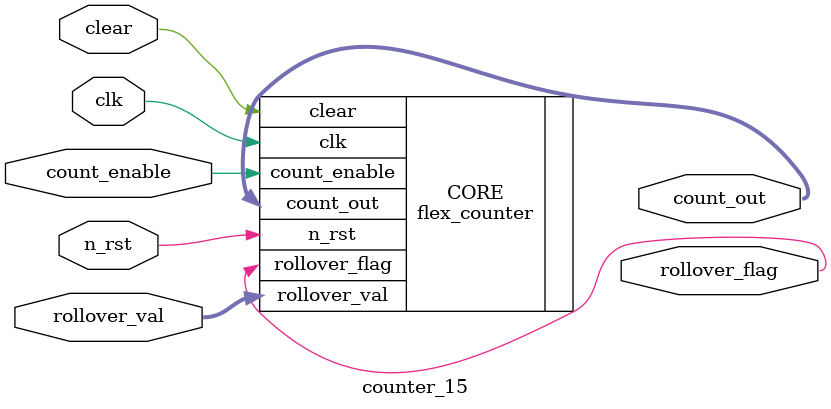
<source format=sv>

module counter_15
(
  input wire n_rst,clk,count_enable,clear,
  input wire [3:0] rollover_val,
  output wire [3:0] count_out,
  output wire rollover_flag
);

flex_counter
#(
 .NUM_CNT_BITS(4)
)
CORE(
  .clk(clk),
  .n_rst(n_rst),
  .count_enable(count_enable),
  .rollover_val(rollover_val),
  .count_out(count_out),
  .rollover_flag(rollover_flag),
  .clear(clear)
);

endmodule
</source>
